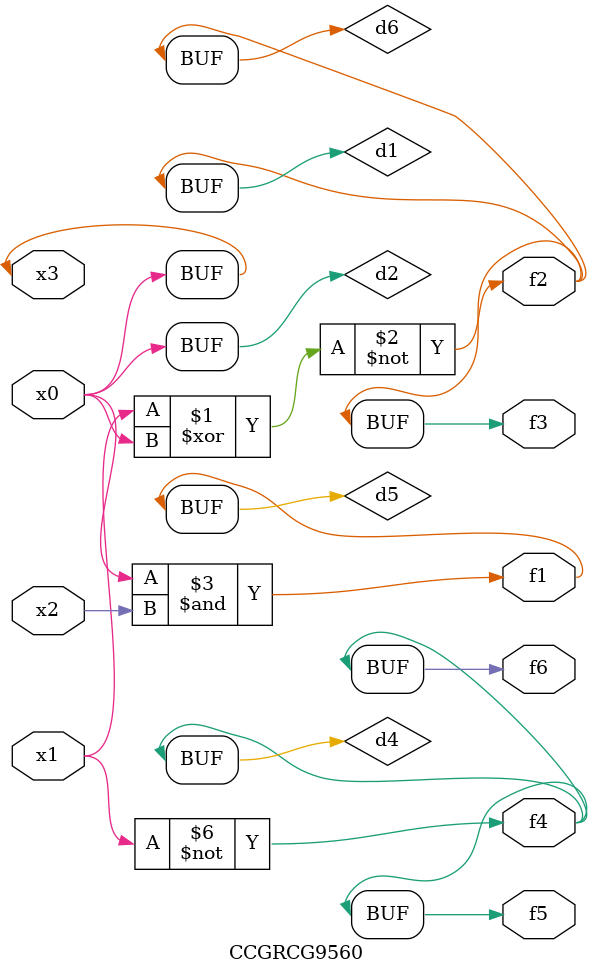
<source format=v>
module CCGRCG9560(
	input x0, x1, x2, x3,
	output f1, f2, f3, f4, f5, f6
);

	wire d1, d2, d3, d4, d5, d6;

	xnor (d1, x1, x3);
	buf (d2, x0, x3);
	nand (d3, x0, x2);
	not (d4, x1);
	nand (d5, d3);
	or (d6, d1);
	assign f1 = d5;
	assign f2 = d6;
	assign f3 = d6;
	assign f4 = d4;
	assign f5 = d4;
	assign f6 = d4;
endmodule

</source>
